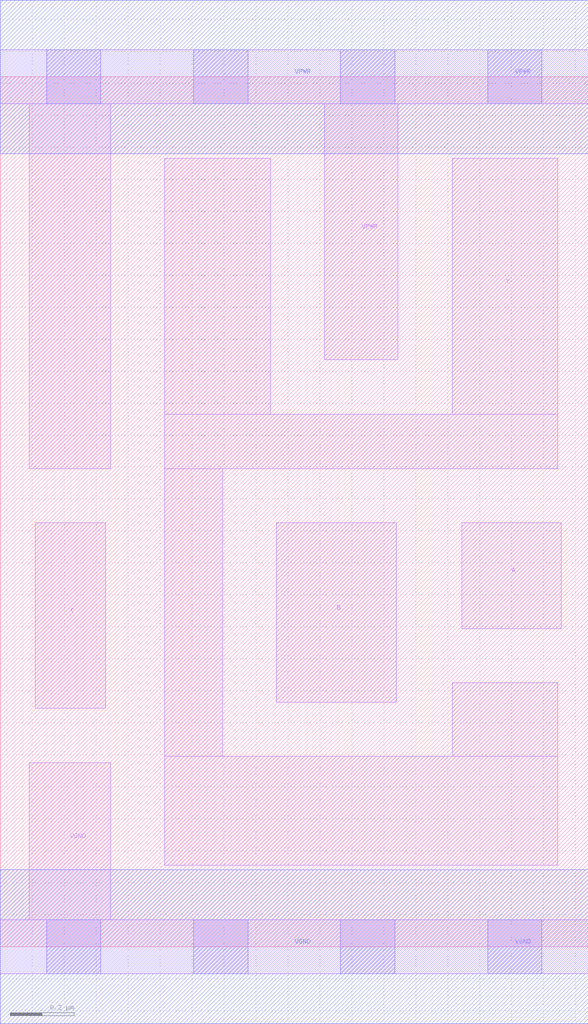
<source format=lef>
# Copyright 2020 The SkyWater PDK Authors
#
# Licensed under the Apache License, Version 2.0 (the "License");
# you may not use this file except in compliance with the License.
# You may obtain a copy of the License at
#
#     https://www.apache.org/licenses/LICENSE-2.0
#
# Unless required by applicable law or agreed to in writing, software
# distributed under the License is distributed on an "AS IS" BASIS,
# WITHOUT WARRANTIES OR CONDITIONS OF ANY KIND, either express or implied.
# See the License for the specific language governing permissions and
# limitations under the License.
#
# SPDX-License-Identifier: Apache-2.0

VERSION 5.7 ;
  NAMESCASESENSITIVE ON ;
  NOWIREEXTENSIONATPIN ON ;
  DIVIDERCHAR "/" ;
  BUSBITCHARS "[]" ;
UNITS
  DATABASE MICRONS 200 ;
END UNITS
MACRO sky130_fd_sc_hd__nand3_1
  CLASS CORE ;
  SOURCE USER ;
  FOREIGN sky130_fd_sc_hd__nand3_1 ;
  ORIGIN  0.000000  0.000000 ;
  SIZE  1.840000 BY  2.720000 ;
  SYMMETRY X Y R90 ;
  SITE unithd ;
  PIN A
    ANTENNAGATEAREA  0.247500 ;
    DIRECTION INPUT ;
    USE SIGNAL ;
    PORT
      LAYER li1 ;
        RECT 1.445000 0.995000 1.755000 1.325000 ;
    END
  END A
  PIN B
    ANTENNAGATEAREA  0.247500 ;
    DIRECTION INPUT ;
    USE SIGNAL ;
    PORT
      LAYER li1 ;
        RECT 0.865000 0.765000 1.240000 1.325000 ;
    END
  END B
  PIN C
    ANTENNAGATEAREA  0.247500 ;
    DIRECTION INPUT ;
    USE SIGNAL ;
    PORT
      LAYER li1 ;
        RECT 0.110000 0.745000 0.330000 1.325000 ;
    END
  END C
  PIN Y
    ANTENNADIFFAREA  0.699000 ;
    DIRECTION OUTPUT ;
    USE SIGNAL ;
    PORT
      LAYER li1 ;
        RECT 0.515000 0.255000 1.745000 0.595000 ;
        RECT 0.515000 0.595000 0.695000 1.495000 ;
        RECT 0.515000 1.495000 1.745000 1.665000 ;
        RECT 0.515000 1.665000 0.845000 2.465000 ;
        RECT 1.415000 0.595000 1.745000 0.825000 ;
        RECT 1.415000 1.665000 1.745000 2.465000 ;
    END
  END Y
  PIN VGND
    DIRECTION INOUT ;
    SHAPE ABUTMENT ;
    USE GROUND ;
    PORT
      LAYER li1 ;
        RECT 0.000000 -0.085000 1.840000 0.085000 ;
        RECT 0.090000  0.085000 0.345000 0.575000 ;
      LAYER mcon ;
        RECT 0.145000 -0.085000 0.315000 0.085000 ;
        RECT 0.605000 -0.085000 0.775000 0.085000 ;
        RECT 1.065000 -0.085000 1.235000 0.085000 ;
        RECT 1.525000 -0.085000 1.695000 0.085000 ;
      LAYER met1 ;
        RECT 0.000000 -0.240000 1.840000 0.240000 ;
    END
  END VGND
  PIN VPWR
    DIRECTION INOUT ;
    SHAPE ABUTMENT ;
    USE POWER ;
    PORT
      LAYER li1 ;
        RECT 0.000000 2.635000 1.840000 2.805000 ;
        RECT 0.090000 1.495000 0.345000 2.635000 ;
        RECT 1.015000 1.835000 1.245000 2.635000 ;
      LAYER mcon ;
        RECT 0.145000 2.635000 0.315000 2.805000 ;
        RECT 0.605000 2.635000 0.775000 2.805000 ;
        RECT 1.065000 2.635000 1.235000 2.805000 ;
        RECT 1.525000 2.635000 1.695000 2.805000 ;
      LAYER met1 ;
        RECT 0.000000 2.480000 1.840000 2.960000 ;
    END
  END VPWR
END sky130_fd_sc_hd__nand3_1
END LIBRARY

</source>
